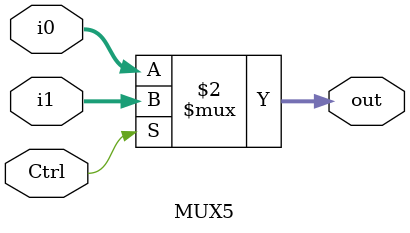
<source format=v>
`timescale 1ns/1ps
module MUX5 (
    input Ctrl,
    input [4:0] i0,
    input [4:0] i1,
    output [4:0] out
);
    assign out = (Ctrl == 0) ? i0 : i1;

endmodule
</source>
